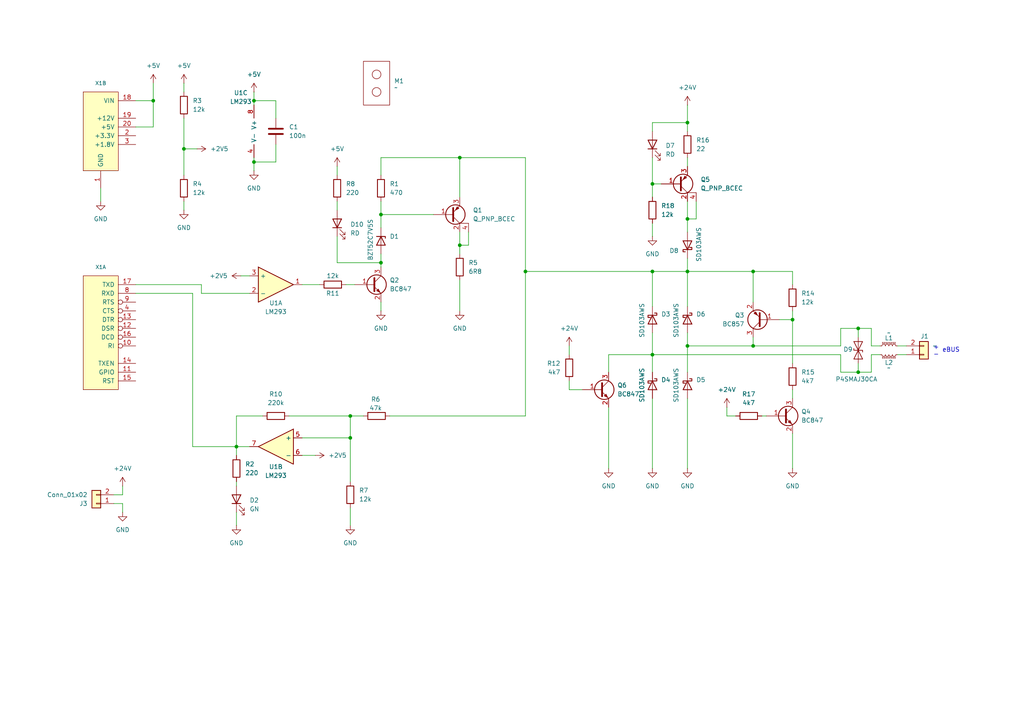
<source format=kicad_sch>
(kicad_sch (version 20250114) (generator "eeschema") (generator_version "9.0")
  (paper "A4")
  (title_block (title "AllSerial eBus Interface") (date "2024-10-22"))
  (lib_symbols
    (symbol "AllSerial:AllSerial_Connector" (pin_names (offset 1.016))
      (property "Reference" "X" (at -5.08 19.05 0))
      (symbol "AllSerial_Connector_1_0"
        (pin output line (at 10.16 15.24 180) (length 5.08) (name "TXD") (number "17"))
        (pin input line (at 10.16 12.7 180) (length 5.08) (name "RXD") (number "8"))
        (pin output inverted (at 10.16 10.16 180) (length 5.08) (name "RTS") (number "9"))
        (pin input inverted (at 10.16 7.62 180) (length 5.08) (name "CTS") (number "4"))
        (pin output inverted (at 10.16 5.08 180) (length 5.08) (name "DTR") (number "13"))
        (pin input inverted (at 10.16 2.54 180) (length 5.08) (name "DSR") (number "12"))
        (pin input inverted (at 10.16 0 180) (length 5.08) (name "DCD") (number "16"))
        (pin input inverted (at 10.16 -2.54 180) (length 5.08) (name "RI") (number "10"))
        (pin output line (at 10.16 -7.62 180) (length 5.08) (name "TXEN") (number "14"))
        (pin bidirectional line (at 10.16 -10.16 180) (length 5.08) (name "GPIO") (number "11"))
        (pin bidirectional line (at 10.16 -12.7 180) (length 5.08) (name "RST") (number "15"))
      )
      (symbol "AllSerial_Connector_1_1"
        (rectangle (start -5.08 17.78) (end 5.08 -15.24) (fill (type background)))
      )
      (symbol "AllSerial_Connector_2_0"
        (pin bidirectional line (at 0 -10.16 90) (length 5.08) (name "GND") (number "1"))
        (pin bidirectional line (at 10.16 15.24 180) (length 5.08) (name "VIN") (number "18"))
        (pin bidirectional line (at 10.16 10.16 180) (length 5.08) (name "+12V") (number "19"))
        (pin bidirectional line (at 10.16 7.62 180) (length 5.08) (name "+5V") (number "20"))
        (pin bidirectional line (at 10.16 5.08 180) (length 5.08) (name "+3.3V") (number "2"))
        (pin bidirectional line (at 10.16 2.54 180) (length 5.08) (name "+1.8V") (number "3"))
      )
      (symbol "AllSerial_Connector_2_1"
        (rectangle (start -5.08 17.78) (end 5.08 -5.08) (fill (type background)))
      )
      (symbol "AllSerial_Connector_3_0"
        (pin bidirectional line (at 10.16 15.24 180) (length 5.08) (name "VUSB") (number "7"))
        (pin bidirectional line (at 10.16 12.7 180) (length 5.08) (name "D+") (number "6"))
        (pin bidirectional line (at 10.16 10.16 180) (length 5.08) (name "D-") (number "5"))
      )
      (symbol "AllSerial_Connector_3_1"
        (rectangle (start -5.08 17.78) (end 5.08 7.62) (fill (type background)))
      )
    )
    (symbol "AllSerial:Mentor_1296.2012"
      (property "Reference" "M" (at 0 16.51 0))
      (symbol "Mentor_1296.2012_0_1"
        (rectangle (start -3.81 15.24) (end 3.81 2.54))
        (circle (center 0 11.43) (radius 1.27))
        (circle (center 0 6.35) (radius 1.27))
      )
    )
    (symbol "Connector_Generic:Conn_01x02" (pin_names (offset 1.016) (hide yes))
      (property "Reference" "J" (at 0 2.54 0))
      (property "Value" "Conn_01x02" (at 0 -5.08 0))
      (symbol "Conn_01x02_1_1"
        (rectangle (start -1.27 1.27) (end 1.27 -3.81) (stroke (width 0.254)) (fill (type background)))
        (rectangle (start -1.27 0.127) (end 0 -0.127) (stroke (width 0.1524)))
        (rectangle (start -1.27 -2.413) (end 0 -2.667) (stroke (width 0.1524)))
        (pin passive line (at -5.08 0 0) (length 3.81) (name "Pin_1") (number "1"))
        (pin passive line (at -5.08 -2.54 0) (length 3.81) (name "Pin_2") (number "2"))
      )
    )
    (symbol "Device:C" (pin_numbers (hide yes)) (pin_names (offset 0.254))
      (property "Reference" "C" (at 0.635 2.54 0))
      (property "Value" "C" (at 0.635 -2.54 0))
      (symbol "C_0_1"
        (polyline (pts (xy -2.032 0.762) (xy 2.032 0.762)) (stroke (width 0.508)))
        (polyline (pts (xy -2.032 -0.762) (xy 2.032 -0.762)) (stroke (width 0.508)))
      )
      (symbol "C_1_1"
        (pin passive line (at 0 3.81 270) (length 2.794) (name "~") (number "1"))
        (pin passive line (at 0 -3.81 90) (length 2.794) (name "~") (number "2"))
      )
    )
    (symbol "Device:D_Schottky" (pin_numbers (hide yes)) (pin_names (offset 1.016) (hide yes))
      (property "Reference" "D" (at 0 2.54 0))
      (property "Value" "D_Schottky" (at 0 -2.54 0))
      (symbol "D_Schottky_0_1"
        (polyline (pts (xy -1.905 0.635) (xy -1.905 1.27) (xy -1.27 1.27) (xy -1.27 -1.27) (xy -0.635 -1.27) (xy -0.635 -0.635)) (stroke (width 0.254)))
        (polyline (pts (xy 1.27 1.27) (xy 1.27 -1.27) (xy -1.27 0) (xy 1.27 1.27)) (stroke (width 0.254)))
        (polyline (pts (xy 1.27 0) (xy -1.27 0)))
      )
      (symbol "D_Schottky_1_1"
        (pin passive line (at -3.81 0 0) (length 2.54) (name "K") (number "1"))
        (pin passive line (at 3.81 0 180) (length 2.54) (name "A") (number "2"))
      )
    )
    (symbol "Device:D_Zener" (pin_numbers (hide yes)) (pin_names (offset 1.016) (hide yes))
      (property "Reference" "D" (at 0 2.54 0))
      (property "Value" "D_Zener" (at 0 -2.54 0))
      (symbol "D_Zener_0_1"
        (polyline (pts (xy -1.27 -1.27) (xy -1.27 1.27) (xy -0.762 1.27)) (stroke (width 0.254)))
        (polyline (pts (xy 1.27 0) (xy -1.27 0)))
        (polyline (pts (xy 1.27 -1.27) (xy 1.27 1.27) (xy -1.27 0) (xy 1.27 -1.27)) (stroke (width 0.254)))
      )
      (symbol "D_Zener_1_1"
        (pin passive line (at -3.81 0 0) (length 2.54) (name "K") (number "1"))
        (pin passive line (at 3.81 0 180) (length 2.54) (name "A") (number "2"))
      )
    )
    (symbol "Device:LED" (pin_numbers (hide yes)) (pin_names (offset 1.016) (hide yes))
      (property "Reference" "D" (at 0 2.54 0))
      (property "Value" "LED" (at 0 -2.54 0))
      (symbol "LED_0_1"
        (polyline (pts (xy -3.048 -0.762) (xy -4.572 -2.286) (xy -3.81 -2.286) (xy -4.572 -2.286) (xy -4.572 -1.524)))
        (polyline (pts (xy -1.778 -0.762) (xy -3.302 -2.286) (xy -2.54 -2.286) (xy -3.302 -2.286) (xy -3.302 -1.524)))
        (polyline (pts (xy -1.27 0) (xy 1.27 0)))
        (polyline (pts (xy -1.27 -1.27) (xy -1.27 1.27)) (stroke (width 0.254)))
        (polyline (pts (xy 1.27 -1.27) (xy 1.27 1.27) (xy -1.27 0) (xy 1.27 -1.27)) (stroke (width 0.254)))
      )
      (symbol "LED_1_1"
        (pin passive line (at -3.81 0 0) (length 2.54) (name "K") (number "1"))
        (pin passive line (at 3.81 0 180) (length 2.54) (name "A") (number "2"))
      )
    )
    (symbol "Device:L_Ferrite_Small" (pin_numbers (hide yes)) (pin_names (offset 0.254) (hide yes))
      (property "Reference" "L" (at 1.27 1.016 0))
      (property "Value" "L_Ferrite_Small" (at 1.27 -1.27 0))
      (symbol "L_Ferrite_Small_0_1"
        (arc (start 0 2.032) (mid 0.5058 1.524) (end 0 1.016))
        (arc (start 0 1.016) (mid 0.5058 0.508) (end 0 0))
        (arc (start 0 0) (mid 0.5058 -0.508) (end 0 -1.016))
        (arc (start 0 -1.016) (mid 0.5058 -1.524) (end 0 -2.032))
        (polyline (pts (xy 0.762 1.651) (xy 0.762 1.905)))
        (polyline (pts (xy 0.762 1.143) (xy 0.762 1.397)))
        (polyline (pts (xy 0.762 0.635) (xy 0.762 0.889)))
        (polyline (pts (xy 0.762 0.127) (xy 0.762 0.381)))
        (polyline (pts (xy 0.762 -0.381) (xy 0.762 -0.127)))
        (polyline (pts (xy 0.762 -0.889) (xy 0.762 -0.635)))
        (polyline (pts (xy 0.762 -1.397) (xy 0.762 -1.143)))
        (polyline (pts (xy 0.762 -1.905) (xy 0.762 -1.651)))
        (polyline (pts (xy 1.016 1.905) (xy 1.016 1.651)))
        (polyline (pts (xy 1.016 1.397) (xy 1.016 1.143)))
        (polyline (pts (xy 1.016 0.889) (xy 1.016 0.635)))
        (polyline (pts (xy 1.016 0.381) (xy 1.016 0.127)))
        (polyline (pts (xy 1.016 -0.127) (xy 1.016 -0.381)))
        (polyline (pts (xy 1.016 -0.635) (xy 1.016 -0.889)))
        (polyline (pts (xy 1.016 -1.143) (xy 1.016 -1.397)))
        (polyline (pts (xy 1.016 -1.651) (xy 1.016 -1.905)))
      )
      (symbol "L_Ferrite_Small_1_1"
        (pin passive line (at 0 2.54 270) (length 0.508) (name "~") (number "1"))
        (pin passive line (at 0 -2.54 90) (length 0.508) (name "~") (number "2"))
      )
    )
    (symbol "Device:Opamp_Dual"
      (property "Reference" "U" (at 0 5.08 0))
      (property "Value" "Opamp_Dual" (at 0 -5.08 0))
      (symbol "Opamp_Dual_1_1"
        (polyline (pts (xy -5.08 5.08) (xy 5.08 0) (xy -5.08 -5.08) (xy -5.08 5.08)) (stroke (width 0.254)) (fill (type background)))
        (pin input line (at -7.62 2.54 0) (length 2.54) (name "+") (number "3"))
        (pin input line (at -7.62 -2.54 0) (length 2.54) (name "-") (number "2"))
        (pin output line (at 7.62 0 180) (length 2.54) (name "~") (number "1"))
      )
      (symbol "Opamp_Dual_2_1"
        (polyline (pts (xy -5.08 5.08) (xy 5.08 0) (xy -5.08 -5.08) (xy -5.08 5.08)) (stroke (width 0.254)) (fill (type background)))
        (pin input line (at -7.62 2.54 0) (length 2.54) (name "+") (number "5"))
        (pin input line (at -7.62 -2.54 0) (length 2.54) (name "-") (number "6"))
        (pin output line (at 7.62 0 180) (length 2.54) (name "~") (number "7"))
      )
      (symbol "Opamp_Dual_3_1"
        (pin power_in line (at -2.54 7.62 270) (length 3.81) (name "V+") (number "8"))
        (pin power_in line (at -2.54 -7.62 90) (length 3.81) (name "V-") (number "4"))
      )
    )
    (symbol "Device:Q_PNP_BCEC" (pin_names (offset 0) (hide yes))
      (property "Reference" "Q" (at 5.08 1.27 0))
      (property "Value" "Q_PNP_BCEC" (at 5.08 -1.27 0))
      (symbol "Q_PNP_BCEC_0_1"
        (polyline (pts (xy 0.635 1.905) (xy 0.635 -1.905) (xy 0.635 -1.905)) (stroke (width 0.508)))
        (polyline (pts (xy 0.635 0.635) (xy 2.54 2.54)))
        (polyline (pts (xy 0.635 -0.635) (xy 2.54 -2.54) (xy 2.54 -2.54)))
        (circle (center 1.27 0) (radius 2.8194) (stroke (width 0.254)))
        (polyline (pts (xy 2.286 -1.778) (xy 1.778 -2.286) (xy 1.27 -1.27) (xy 2.286 -1.778) (xy 2.286 -1.778)) (fill (type outline)))
        (polyline (pts (xy 5.08 2.54) (xy 2.54 2.54)))
      )
      (symbol "Q_PNP_BCEC_1_1"
        (pin input line (at -5.08 0 0) (length 5.715) (name "B") (number "1"))
        (pin passive line (at 2.54 5.08 270) (length 2.54) (name "C") (number "2"))
        (pin passive line (at 2.54 -5.08 90) (length 2.54) (name "E") (number "3"))
        (pin passive line (at 5.08 5.08 270) (length 2.54) (name "C") (number "4"))
      )
    )
    (symbol "Device:R" (pin_numbers (hide yes)) (pin_names (offset 0))
      (property "Reference" "R" (at 2.032 0 90))
      (property "Value" "R" (at 0 0 90))
      (symbol "R_0_1"
        (rectangle (start -1.016 -2.54) (end 1.016 2.54) (stroke (width 0.254)))
      )
      (symbol "R_1_1"
        (pin passive line (at 0 3.81 270) (length 1.27) (name "~") (number "1"))
        (pin passive line (at 0 -3.81 90) (length 1.27) (name "~") (number "2"))
      )
    )
    (symbol "Diode:SMAJ28CA" (pin_numbers (hide yes)) (pin_names (offset 1.016) (hide yes))
      (property "Reference" "D" (at 0 2.54 0))
      (property "Value" "SMAJ28CA" (at 0 -2.54 0))
      (symbol "SMAJ28CA_0_1"
        (polyline (pts (xy -2.54 -1.27) (xy 0 0) (xy -2.54 1.27) (xy -2.54 -1.27)) (stroke (width 0.2032)))
        (polyline (pts (xy 0.508 1.27) (xy 0 1.27) (xy 0 -1.27) (xy -0.508 -1.27)) (stroke (width 0.2032)))
        (polyline (pts (xy 1.27 0) (xy -1.27 0)))
        (polyline (pts (xy 2.54 1.27) (xy 2.54 -1.27) (xy 0 0) (xy 2.54 1.27)) (stroke (width 0.2032)))
      )
      (symbol "SMAJ28CA_1_1"
        (pin passive line (at -3.81 0 0) (length 2.54) (name "A1") (number "1"))
        (pin passive line (at 3.81 0 180) (length 2.54) (name "A2") (number "2"))
      )
    )
    (symbol "Transistor_BJT:BC847" (pin_names (offset 0) (hide yes))
      (property "Reference" "Q" (at 5.08 1.905 0))
      (property "Value" "BC847" (at 5.08 0 0))
      (symbol "BC847_0_1"
        (polyline (pts (xy 0.635 1.905) (xy 0.635 -1.905) (xy 0.635 -1.905)) (stroke (width 0.508)))
        (polyline (pts (xy 0.635 0.635) (xy 2.54 2.54)))
        (polyline (pts (xy 0.635 -0.635) (xy 2.54 -2.54) (xy 2.54 -2.54)))
        (circle (center 1.27 0) (radius 2.8194) (stroke (width 0.254)))
        (polyline (pts (xy 1.27 -1.778) (xy 1.778 -1.27) (xy 2.286 -2.286) (xy 1.27 -1.778) (xy 1.27 -1.778)) (fill (type outline)))
      )
      (symbol "BC847_1_1"
        (pin input line (at -5.08 0 0) (length 5.715) (name "B") (number "1"))
        (pin passive line (at 2.54 5.08 270) (length 2.54) (name "C") (number "3"))
        (pin passive line (at 2.54 -5.08 90) (length 2.54) (name "E") (number "2"))
      )
    )
    (symbol "Transistor_BJT:BC857" (pin_names (offset 0) (hide yes))
      (property "Reference" "Q" (at 5.08 1.905 0))
      (property "Value" "BC857" (at 5.08 0 0))
      (symbol "BC857_0_1"
        (polyline (pts (xy 0.635 1.905) (xy 0.635 -1.905) (xy 0.635 -1.905)) (stroke (width 0.508)))
        (polyline (pts (xy 0.635 0.635) (xy 2.54 2.54)))
        (polyline (pts (xy 0.635 -0.635) (xy 2.54 -2.54) (xy 2.54 -2.54)))
        (circle (center 1.27 0) (radius 2.8194) (stroke (width 0.254)))
        (polyline (pts (xy 2.286 -1.778) (xy 1.778 -2.286) (xy 1.27 -1.27) (xy 2.286 -1.778) (xy 2.286 -1.778)) (fill (type outline)))
      )
      (symbol "BC857_1_1"
        (pin input line (at -5.08 0 0) (length 5.715) (name "B") (number "1"))
        (pin passive line (at 2.54 5.08 270) (length 2.54) (name "C") (number "3"))
        (pin passive line (at 2.54 -5.08 90) (length 2.54) (name "E") (number "2"))
      )
    )
    (symbol "power:+24V" (power) (pin_numbers (hide yes)) (pin_names (offset 0) (hide yes))
      (property "Value" "+24V" (at 0 3.556 0))
      (symbol "+24V_0_1"
        (polyline (pts (xy -0.762 1.27) (xy 0 2.54)))
        (polyline (pts (xy 0 2.54) (xy 0.762 1.27)))
        (polyline (pts (xy 0 0) (xy 0 2.54)))
      )
      (symbol "+24V_1_1"
        (pin power_in line (at 0 0 90) (length 0) (name "~") (number "1"))
      )
    )
    (symbol "power:+2V5" (power) (pin_numbers (hide yes)) (pin_names (offset 0) (hide yes))
      (property "Value" "+2V5" (at 0 3.556 0))
      (symbol "+2V5_0_1"
        (polyline (pts (xy -0.762 1.27) (xy 0 2.54)))
        (polyline (pts (xy 0 2.54) (xy 0.762 1.27)))
        (polyline (pts (xy 0 0) (xy 0 2.54)))
      )
      (symbol "+2V5_1_1"
        (pin power_in line (at 0 0 90) (length 0) (name "~") (number "1"))
      )
    )
    (symbol "power:+5V" (power) (pin_numbers (hide yes)) (pin_names (offset 0) (hide yes))
      (property "Value" "+5V" (at 0 3.556 0))
      (symbol "+5V_0_1"
        (polyline (pts (xy -0.762 1.27) (xy 0 2.54)))
        (polyline (pts (xy 0 2.54) (xy 0.762 1.27)))
        (polyline (pts (xy 0 0) (xy 0 2.54)))
      )
      (symbol "+5V_1_1"
        (pin power_in line (at 0 0 90) (length 0) (name "~") (number "1"))
      )
    )
    (symbol "power:GND" (power) (pin_numbers (hide yes)) (pin_names (offset 0) (hide yes))
      (property "Value" "GND" (at 0 -3.81 0))
      (symbol "GND_0_1"
        (polyline (pts (xy 0 0) (xy 0 -1.27) (xy 1.27 -1.27) (xy 0 -2.54) (xy -1.27 -1.27) (xy 0 -1.27)))
      )
      (symbol "GND_1_1"
        (pin power_in line (at 0 0 270) (length 0) (name "~") (number "1"))
      )
    )
  )
  (text "+\n-" (at 271.526 101.854 0) (effects (font (size 1.27 1.27))))
  (text "eBUS" (at 275.844 101.6 0) (effects (font (size 1.27 1.27))))
  (junction (at 44.45 29.21))
  (junction (at 110.49 62.23))
  (junction (at 199.39 35.56))
  (junction (at 248.92 107.95))
  (junction (at 53.34 43.18))
  (junction (at 189.23 78.74))
  (junction (at 73.66 29.21))
  (junction (at 110.49 76.2))
  (junction (at 133.35 71.12))
  (junction (at 101.6 120.65))
  (junction (at 152.4 78.74))
  (junction (at 218.44 100.33))
  (junction (at 199.39 100.33))
  (junction (at 189.23 102.87))
  (junction (at 229.87 92.71))
  (junction (at 189.23 53.34))
  (junction (at 218.44 78.74))
  (junction (at 133.35 45.72))
  (junction (at 73.66 46.99))
  (junction (at 199.39 78.74))
  (junction (at 101.6 127))
  (junction (at 68.58 129.54))
  (junction (at 199.39 63.5))
  (junction (at 248.92 95.25))
  (wire (pts (xy 199.39 78.74) (xy 189.23 78.74)))
  (wire (pts (xy 210.82 118.11) (xy 210.82 120.65)))
  (wire (pts (xy 69.85 80.01) (xy 72.39 80.01)))
  (wire (pts (xy 73.66 45.72) (xy 73.66 46.99)))
  (wire (pts (xy 199.39 96.52) (xy 199.39 100.33)))
  (wire (pts (xy 165.1 113.03) (xy 168.91 113.03)))
  (wire (pts (xy 199.39 45.72) (xy 199.39 48.26)))
  (wire (pts (xy 101.6 127) (xy 101.6 139.7)))
  (wire (pts (xy 210.82 120.65) (xy 213.36 120.65)))
  (wire (pts (xy 133.35 81.28) (xy 133.35 90.17)))
  (wire (pts (xy 73.66 29.21) (xy 73.66 30.48)))
  (wire (pts (xy 255.27 100.33) (xy 252.73 100.33)))
  (wire (pts (xy 76.2 120.65) (xy 68.58 120.65)))
  (wire (pts (xy 68.58 129.54) (xy 68.58 132.08)))
  (wire (pts (xy 55.88 85.09) (xy 55.88 129.54)))
  (wire (pts (xy 201.93 58.42) (xy 201.93 63.5)))
  (wire (pts (xy 229.87 113.03) (xy 229.87 115.57)))
  (wire (pts (xy 87.63 127) (xy 101.6 127)))
  (wire (pts (xy 110.49 76.2) (xy 110.49 77.47)))
  (wire (pts (xy 80.01 46.99) (xy 80.01 41.91)))
  (wire (pts (xy 53.34 58.42) (xy 53.34 60.96)))
  (wire (pts (xy 73.66 46.99) (xy 73.66 49.53)))
  (wire (pts (xy 243.84 102.87) (xy 243.84 107.95)))
  (wire (pts (xy 189.23 96.52) (xy 189.23 102.87)))
  (wire (pts (xy 199.39 100.33) (xy 199.39 107.95)))
  (wire (pts (xy 189.23 102.87) (xy 243.84 102.87)))
  (wire (pts (xy 58.42 82.55) (xy 39.37 82.55)))
  (wire (pts (xy 189.23 102.87) (xy 176.53 102.87)))
  (wire (pts (xy 252.73 102.87) (xy 252.73 107.95)))
  (wire (pts (xy 35.56 143.51) (xy 35.56 140.97)))
  (wire (pts (xy 68.58 139.7) (xy 68.58 140.97)))
  (wire (pts (xy 248.92 95.25) (xy 248.92 97.79)))
  (wire (pts (xy 152.4 120.65) (xy 152.4 78.74)))
  (wire (pts (xy 189.23 35.56) (xy 199.39 35.56)))
  (wire (pts (xy 39.37 29.21) (xy 44.45 29.21)))
  (wire (pts (xy 33.02 143.51) (xy 35.56 143.51)))
  (wire (pts (xy 110.49 73.66) (xy 110.49 76.2)))
  (wire (pts (xy 165.1 110.49) (xy 165.1 113.03)))
  (wire (pts (xy 73.66 26.67) (xy 73.66 29.21)))
  (wire (pts (xy 135.89 67.31) (xy 135.89 71.12)))
  (wire (pts (xy 189.23 102.87) (xy 189.23 107.95)))
  (wire (pts (xy 87.63 132.08) (xy 91.44 132.08)))
  (wire (pts (xy 260.35 102.87) (xy 262.89 102.87)))
  (wire (pts (xy 226.06 92.71) (xy 229.87 92.71)))
  (wire (pts (xy 97.79 58.42) (xy 97.79 60.96)))
  (wire (pts (xy 189.23 78.74) (xy 189.23 88.9)))
  (wire (pts (xy 199.39 35.56) (xy 199.39 38.1)))
  (wire (pts (xy 260.35 100.33) (xy 262.89 100.33)))
  (wire (pts (xy 152.4 45.72) (xy 152.4 78.74)))
  (wire (pts (xy 100.33 82.55) (xy 102.87 82.55)))
  (wire (pts (xy 199.39 115.57) (xy 199.39 135.89)))
  (wire (pts (xy 199.39 30.48) (xy 199.39 35.56)))
  (wire (pts (xy 252.73 100.33) (xy 252.73 95.25)))
  (wire (pts (xy 189.23 115.57) (xy 189.23 135.89)))
  (wire (pts (xy 97.79 68.58) (xy 97.79 76.2)))
  (wire (pts (xy 110.49 76.2) (xy 97.79 76.2)))
  (wire (pts (xy 165.1 100.33) (xy 165.1 102.87)))
  (wire (pts (xy 73.66 46.99) (xy 80.01 46.99)))
  (wire (pts (xy 110.49 58.42) (xy 110.49 62.23)))
  (wire (pts (xy 101.6 147.32) (xy 101.6 152.4)))
  (wire (pts (xy 133.35 45.72) (xy 133.35 57.15)))
  (wire (pts (xy 68.58 148.59) (xy 68.58 152.4)))
  (wire (pts (xy 189.23 45.72) (xy 189.23 53.34)))
  (wire (pts (xy 199.39 100.33) (xy 218.44 100.33)))
  (wire (pts (xy 229.87 92.71) (xy 229.87 90.17)))
  (wire (pts (xy 44.45 29.21) (xy 44.45 24.13)))
  (wire (pts (xy 218.44 78.74) (xy 229.87 78.74)))
  (wire (pts (xy 199.39 58.42) (xy 199.39 63.5)))
  (wire (pts (xy 39.37 85.09) (xy 55.88 85.09)))
  (wire (pts (xy 110.49 87.63) (xy 110.49 90.17)))
  (wire (pts (xy 199.39 78.74) (xy 199.39 88.9)))
  (wire (pts (xy 218.44 78.74) (xy 218.44 87.63)))
  (wire (pts (xy 248.92 107.95) (xy 248.92 105.41)))
  (wire (pts (xy 252.73 95.25) (xy 248.92 95.25)))
  (wire (pts (xy 133.35 45.72) (xy 152.4 45.72)))
  (wire (pts (xy 218.44 100.33) (xy 243.84 100.33)))
  (wire (pts (xy 33.02 146.05) (xy 35.56 146.05)))
  (wire (pts (xy 191.77 53.34) (xy 189.23 53.34)))
  (wire (pts (xy 39.37 36.83) (xy 44.45 36.83)))
  (wire (pts (xy 73.66 29.21) (xy 80.01 29.21)))
  (wire (pts (xy 53.34 43.18) (xy 53.34 50.8)))
  (wire (pts (xy 176.53 118.11) (xy 176.53 135.89)))
  (wire (pts (xy 189.23 53.34) (xy 189.23 57.15)))
  (wire (pts (xy 176.53 102.87) (xy 176.53 107.95)))
  (wire (pts (xy 252.73 107.95) (xy 248.92 107.95)))
  (wire (pts (xy 110.49 62.23) (xy 110.49 66.04)))
  (wire (pts (xy 101.6 120.65) (xy 105.41 120.65)))
  (wire (pts (xy 97.79 48.26) (xy 97.79 50.8)))
  (wire (pts (xy 255.27 102.87) (xy 252.73 102.87)))
  (wire (pts (xy 110.49 45.72) (xy 133.35 45.72)))
  (wire (pts (xy 58.42 85.09) (xy 72.39 85.09)))
  (wire (pts (xy 57.15 43.18) (xy 53.34 43.18)))
  (wire (pts (xy 35.56 146.05) (xy 35.56 148.59)))
  (wire (pts (xy 101.6 127) (xy 101.6 120.65)))
  (wire (pts (xy 110.49 50.8) (xy 110.49 45.72)))
  (wire (pts (xy 222.25 120.65) (xy 220.98 120.65)))
  (wire (pts (xy 189.23 64.77) (xy 189.23 68.58)))
  (wire (pts (xy 87.63 82.55) (xy 92.71 82.55)))
  (wire (pts (xy 113.03 120.65) (xy 152.4 120.65)))
  (wire (pts (xy 53.34 34.29) (xy 53.34 43.18)))
  (wire (pts (xy 110.49 62.23) (xy 125.73 62.23)))
  (wire (pts (xy 199.39 63.5) (xy 201.93 63.5)))
  (wire (pts (xy 68.58 129.54) (xy 72.39 129.54)))
  (wire (pts (xy 229.87 125.73) (xy 229.87 135.89)))
  (wire (pts (xy 80.01 29.21) (xy 80.01 34.29)))
  (wire (pts (xy 243.84 95.25) (xy 248.92 95.25)))
  (wire (pts (xy 199.39 74.93) (xy 199.39 78.74)))
  (wire (pts (xy 243.84 100.33) (xy 243.84 95.25)))
  (wire (pts (xy 29.21 54.61) (xy 29.21 58.42)))
  (wire (pts (xy 229.87 92.71) (xy 229.87 105.41)))
  (wire (pts (xy 152.4 78.74) (xy 189.23 78.74)))
  (wire (pts (xy 218.44 97.79) (xy 218.44 100.33)))
  (wire (pts (xy 135.89 71.12) (xy 133.35 71.12)))
  (wire (pts (xy 189.23 35.56) (xy 189.23 38.1)))
  (wire (pts (xy 199.39 63.5) (xy 199.39 67.31)))
  (wire (pts (xy 68.58 120.65) (xy 68.58 129.54)))
  (wire (pts (xy 199.39 78.74) (xy 218.44 78.74)))
  (wire (pts (xy 53.34 24.13) (xy 53.34 26.67)))
  (wire (pts (xy 55.88 129.54) (xy 68.58 129.54)))
  (wire (pts (xy 58.42 85.09) (xy 58.42 82.55)))
  (wire (pts (xy 133.35 71.12) (xy 133.35 73.66)))
  (wire (pts (xy 243.84 107.95) (xy 248.92 107.95)))
  (wire (pts (xy 229.87 78.74) (xy 229.87 82.55)))
  (wire (pts (xy 44.45 36.83) (xy 44.45 29.21)))
  (wire (pts (xy 83.82 120.65) (xy 101.6 120.65)))
  (wire (pts (xy 133.35 67.31) (xy 133.35 71.12)))
  (symbol (lib_id "power:GND") (at 110.49 90.17 0) (unit 1)
    (property "Reference" "#PWR020" (effects (hide yes)))
    (property "Value" "GND" (at 110.49 95.25 0))
    (property "Description" "Power symbol creates a global label with name \"GND\" , ground" (effects (hide yes)))
  )
  (symbol (lib_id "Device:R") (at 133.35 77.47 0) (unit 1)
    (property "Reference" "R5" (at 135.89 76.1999 0) (effects (justify left)))
    (property "Value" "6R8" (at 135.89 78.7399 0) (effects (justify left)))
    (property "Footprint" "Resistor_SMD:R_0805_2012Metric" (effects (hide yes)))
    (property "Description" "Resistor" (effects (hide yes)))
  )
  (symbol (lib_id "power:GND") (at 35.56 148.59 0) (unit 1)
    (property "Reference" "#PWR013" (effects (hide yes)))
    (property "Value" "GND" (at 35.56 153.67 0))
    (property "Description" "Power symbol creates a global label with name \"GND\" , ground" (effects (hide yes)))
  )
  (symbol (lib_id "power:+24V") (at 35.56 140.97 0) (unit 1)
    (property "Reference" "#PWR014" (effects (hide yes)))
    (property "Value" "+24V" (at 35.56 135.89 0))
    (property "Description" "Power symbol creates a global label with name \"+24V\"" (effects (hide yes)))
  )
  (symbol (lib_id "Device:D_Schottky") (at 199.39 92.71 270) (unit 1)
    (property "Reference" "D6" (at 201.93 91.1224 90) (effects (justify left)))
    (property "Value" "SD103AWS" (at 196.088 87.884 0) (effects (justify left)))
    (property "Footprint" "Diode_SMD:D_SOD-323" (effects (hide yes)))
    (property "Description" "Schottky diode" (effects (hide yes)))
  )
  (symbol (lib_id "Device:R") (at 53.34 30.48 0) (unit 1)
    (property "Reference" "R3" (at 55.88 29.2099 0) (effects (justify left)))
    (property "Value" "12k" (at 55.88 31.7499 0) (effects (justify left)))
    (property "Footprint" "Resistor_SMD:R_0805_2012Metric" (effects (hide yes)))
    (property "Description" "Resistor" (effects (hide yes)))
  )
  (symbol (lib_id "Device:R") (at 53.34 54.61 0) (unit 1)
    (property "Reference" "R4" (at 55.88 53.3399 0) (effects (justify left)))
    (property "Value" "12k" (at 55.88 55.8799 0) (effects (justify left)))
    (property "Footprint" "Resistor_SMD:R_0805_2012Metric" (effects (hide yes)))
    (property "Description" "Resistor" (effects (hide yes)))
  )
  (symbol (lib_id "power:GND") (at 189.23 68.58 0) (unit 1)
    (property "Reference" "#PWR015" (effects (hide yes)))
    (property "Value" "GND" (at 189.23 73.66 0))
    (property "Description" "Power symbol creates a global label with name \"GND\" , ground" (effects (hide yes)))
  )
  (symbol (lib_id "Device:R") (at 68.58 135.89 180) (unit 1)
    (property "Reference" "R2" (at 71.12 134.6199 0) (effects (justify right)))
    (property "Value" "220" (at 71.12 137.1599 0) (effects (justify right)))
    (property "Footprint" "Resistor_SMD:R_0805_2012Metric" (effects (hide yes)))
    (property "Description" "Resistor" (effects (hide yes)))
  )
  (symbol (lib_id "Device:R") (at 199.39 41.91 0) (unit 1)
    (property "Reference" "R16" (at 201.93 40.6399 0) (effects (justify left)))
    (property "Value" "22" (at 201.93 43.1799 0) (effects (justify left)))
    (property "Footprint" "Resistor_SMD:R_0805_2012Metric" (effects (hide yes)))
    (property "Description" "Resistor" (effects (hide yes)))
  )
  (symbol (lib_id "Device:D_Zener") (at 110.49 69.85 270) (unit 1)
    (property "Reference" "D1" (at 113.03 68.5799 90) (effects (justify left)))
    (property "Value" "BZT52C7V5S" (at 107.442 63.5 0) (effects (justify left)))
    (property "Footprint" "Diode_SMD:D_SOD-123" (effects (hide yes)))
    (property "Description" "Zener diode" (effects (hide yes)))
  )
  (symbol (lib_id "Device:D_Schottky") (at 199.39 111.76 270) (unit 1)
    (property "Reference" "D5" (at 201.93 110.1724 90) (effects (justify left)))
    (property "Value" "SD103AWS" (at 196.088 106.68 0) (effects (justify left)))
    (property "Footprint" "Diode_SMD:D_SOD-323" (effects (hide yes)))
    (property "Description" "Schottky diode" (effects (hide yes)))
  )
  (symbol (lib_id "Device:D_Schottky") (at 189.23 92.71 270) (unit 1)
    (property "Reference" "D3" (at 191.77 91.1224 90) (effects (justify left)))
    (property "Value" "SD103AWS" (at 186.182 87.884 0) (effects (justify left)))
    (property "Footprint" "Diode_SMD:D_SOD-323" (effects (hide yes)))
    (property "Description" "Schottky diode" (effects (hide yes)))
  )
  (symbol (lib_id "Device:R") (at 110.49 54.61 0) (unit 1)
    (property "Reference" "R1" (at 113.03 53.3399 0) (effects (justify left)))
    (property "Value" "470" (at 113.03 55.8799 0) (effects (justify left)))
    (property "Footprint" "Resistor_SMD:R_0805_2012Metric" (effects (hide yes)))
    (property "Description" "Resistor" (effects (hide yes)))
  )
  (symbol (lib_id "Transistor_BJT:BC857") (at 220.98 92.71 180) (unit 1)
    (property "Reference" "Q3" (at 215.9 91.4399 0) (effects (justify left)))
    (property "Value" "BC857" (at 215.9 93.9799 0) (effects (justify left)))
    (property "Footprint" "Package_TO_SOT_SMD:SOT-23" (effects (hide yes)))
    (property "Datasheet" "https://www.onsemi.com/pub/Collateral/BC860-D.pdf" (effects (hide yes)))
    (property "Description" "0.1A Ic, 45V Vce, PNP Transistor, SOT-23" (effects (hide yes)))
  )
  (symbol (lib_id "power:GND") (at 29.21 58.42 0) (unit 1)
    (property "Reference" "#PWR02" (effects (hide yes)))
    (property "Value" "GND" (at 29.21 63.5 0))
    (property "Description" "Power symbol creates a global label with name \"GND\" , ground" (effects (hide yes)))
  )
  (symbol (lib_id "power:+24V") (at 199.39 30.48 0) (unit 1)
    (property "Reference" "#PWR016" (effects (hide yes)))
    (property "Value" "+24V" (at 199.39 25.4 0))
    (property "Description" "Power symbol creates a global label with name \"+24V\"" (effects (hide yes)))
  )
  (symbol (lib_id "Device:R") (at 96.52 82.55 90) (unit 1)
    (property "Reference" "R11" (at 96.52 85.09 90))
    (property "Value" "12k" (at 96.52 80.01 90))
    (property "Footprint" "Resistor_SMD:R_0805_2012Metric" (effects (hide yes)))
    (property "Description" "Resistor" (effects (hide yes)))
  )
  (symbol (lib_id "Device:R") (at 80.01 120.65 90) (unit 1)
    (property "Reference" "R10" (at 80.01 114.3 90))
    (property "Value" "220k" (at 80.01 116.84 90))
    (property "Footprint" "Resistor_SMD:R_0805_2012Metric" (effects (hide yes)))
    (property "Description" "Resistor" (effects (hide yes)))
  )
  (symbol (lib_id "power:GND") (at 176.53 135.89 0) (unit 1)
    (property "Reference" "#PWR018" (effects (hide yes)))
    (property "Value" "GND" (at 176.53 140.97 0))
    (property "Description" "Power symbol creates a global label with name \"GND\" , ground" (effects (hide yes)))
  )
  (symbol (lib_id "Device:R") (at 101.6 143.51 0) (unit 1)
    (property "Reference" "R7" (at 104.14 142.2399 0) (effects (justify left)))
    (property "Value" "12k" (at 104.14 144.7799 0) (effects (justify left)))
    (property "Footprint" "Resistor_SMD:R_0805_2012Metric" (effects (hide yes)))
    (property "Description" "Resistor" (effects (hide yes)))
  )
  (symbol (lib_id "AllSerial:Mentor_1296.2012") (at 109.22 33.02 0) (unit 1) (in_bom no)
    (property "Reference" "M1" (at 114.3 23.4949 0) (effects (justify left)))
    (property "Value" "~" (at 114.3 25.4 0) (effects (justify left)))
    (property "Footprint" "AllSerial:Mentor 1296.2012" (effects (hide yes)))
  )
  (symbol (lib_id "Device:Q_PNP_BCEC") (at 196.85 53.34 0) (mirror x) (unit 1)
    (property "Reference" "Q5" (at 203.2 52.0699 0) (effects (justify left)))
    (property "Value" "Q_PNP_BCEC" (at 203.2 54.6099 0) (effects (justify left)))
    (property "Footprint" "Package_TO_SOT_SMD:SOT-223" (effects (hide yes)))
    (property "Description" "PNP transistor, base/collector/emitter, collector connected to mounting plane" (effects (hide yes)))
  )
  (symbol (lib_id "power:+2V5") (at 57.15 43.18 270) (unit 1)
    (property "Reference" "#PWR023" (effects (hide yes)))
    (property "Value" "+2V5" (at 60.96 43.1799 90) (effects (justify left)))
    (property "Description" "Power symbol creates a global label with name \"+2V5\"" (effects (hide yes)))
  )
  (symbol (lib_id "Device:C") (at 80.01 38.1 0) (unit 1)
    (property "Reference" "C1" (at 83.82 36.8299 0) (effects (justify left)))
    (property "Value" "100n" (at 83.82 39.3699 0) (effects (justify left)))
    (property "Footprint" "Capacitor_SMD:C_0805_2012Metric" (effects (hide yes)))
    (property "Description" "Unpolarized capacitor" (effects (hide yes)))
  )
  (symbol (lib_id "power:GND") (at 199.39 135.89 0) (unit 1)
    (property "Reference" "#PWR010" (effects (hide yes)))
    (property "Value" "GND" (at 199.39 140.97 0))
    (property "Description" "Power symbol creates a global label with name \"GND\" , ground" (effects (hide yes)))
  )
  (symbol (lib_id "Device:R") (at 229.87 109.22 0) (unit 1)
    (property "Reference" "R15" (at 232.41 107.9499 0) (effects (justify left)))
    (property "Value" "4k7" (at 232.41 110.4899 0) (effects (justify left)))
    (property "Footprint" "Resistor_SMD:R_0805_2012Metric" (effects (hide yes)))
    (property "Description" "Resistor" (effects (hide yes)))
  )
  (symbol (lib_id "Transistor_BJT:BC847") (at 227.33 120.65 0) (unit 1)
    (property "Reference" "Q4" (at 232.41 119.3799 0) (effects (justify left)))
    (property "Value" "BC847" (at 232.41 121.9199 0) (effects (justify left)))
    (property "Footprint" "Package_TO_SOT_SMD:SOT-23" (effects (hide yes)))
    (property "Datasheet" "http://www.infineon.com/dgdl/Infineon-BC847SERIES_BC848SERIES_BC849SERIES_BC850SERIES-DS-v01_01-en.pdf?fileId=db3a304314dca389011541d4630a1657" (effects (hide yes)))
    (property "Description" "0.1A Ic, 45V Vce, NPN Transistor, SOT-23" (effects (hide yes)))
  )
  (symbol (lib_id "power:+5V") (at 97.79 48.26 0) (unit 1)
    (property "Reference" "#PWR06" (effects (hide yes)))
    (property "Value" "+5V" (at 97.79 43.18 0))
    (property "Description" "Power symbol creates a global label with name \"+5V\"" (effects (hide yes)))
  )
  (symbol (lib_id "power:GND") (at 133.35 90.17 0) (unit 1)
    (property "Reference" "#PWR08" (effects (hide yes)))
    (property "Value" "GND" (at 133.35 95.25 0))
    (property "Description" "Power symbol creates a global label with name \"GND\" , ground" (effects (hide yes)))
  )
  (symbol (lib_id "power:+24V") (at 165.1 100.33 0) (unit 1)
    (property "Reference" "#PWR019" (effects (hide yes)))
    (property "Value" "+24V" (at 165.1 95.25 0))
    (property "Description" "Power symbol creates a global label with name \"+24V\"" (effects (hide yes)))
  )
  (symbol (lib_id "Diode:SMAJ28CA") (at 248.92 101.6 90) (unit 1)
    (property "Reference" "D9" (at 244.602 101.346 90) (effects (justify right)))
    (property "Value" "P4SMAJ30CA" (at 242.316 109.982 90) (effects (justify right)))
    (property "Footprint" "Diode_SMD:D_SMA" (effects (hide yes)))
  )
  (symbol (lib_id "Transistor_BJT:BC847") (at 107.95 82.55 0) (unit 1)
    (property "Reference" "Q2" (at 113.03 81.2799 0) (effects (justify left)))
    (property "Value" "BC847" (at 113.03 83.8199 0) (effects (justify left)))
    (property "Footprint" "Package_TO_SOT_SMD:SOT-23" (effects (hide yes)))
    (property "Datasheet" "http://www.infineon.com/dgdl/Infineon-BC847SERIES_BC848SERIES_BC849SERIES_BC850SERIES-DS-v01_01-en.pdf?fileId=db3a304314dca389011541d4630a1657" (effects (hide yes)))
    (property "Description" "0.1A Ic, 45V Vce, NPN Transistor, SOT-23" (effects (hide yes)))
  )
  (symbol (lib_id "Device:R") (at 165.1 106.68 0) (mirror x) (unit 1)
    (property "Reference" "R12" (at 162.56 105.4099 0) (effects (justify right)))
    (property "Value" "4k7" (at 162.56 107.9499 0) (effects (justify right)))
    (property "Footprint" "Resistor_SMD:R_0805_2012Metric" (effects (hide yes)))
    (property "Description" "Resistor" (effects (hide yes)))
  )
  (symbol (lib_id "Device:Opamp_Dual") (at 76.2 38.1 0) (unit 3)
    (property "Reference" "U1" (at 69.85 26.924 0))
    (property "Value" "LM293" (at 69.85 29.464 0))
    (property "Footprint" "Package_SO:SO-8_3.9x4.9mm_P1.27mm" (effects (hide yes)))
    (property "Datasheet" "https://cdn-reichelt.de/documents/datenblatt/A200/MCP6542_MCP6544_MIC.pdf" (effects (hide yes)))
    (property "Description" "Dual operational amplifier" (effects (hide yes)))
    (property "Sim.Library" "${KICAD7_SYMBOL_DIR}/Simulation_SPICE.sp" (effects (hide yes)))
    (property "Sim.Name" "kicad_builtin_opamp_dual" (effects (hide yes)))
    (property "Sim.Device" "SUBCKT" (effects (hide yes)))
    (property "Sim.Pins" "1=out1 2=in1- 3=in1+ 4=vee 5=in2+ 6=in2- 7=out2 8=vcc" (effects (hide yes)))
  )
  (symbol (lib_id "power:GND") (at 73.66 49.53 0) (unit 1)
    (property "Reference" "#PWR04" (effects (hide yes)))
    (property "Value" "GND" (at 73.66 54.61 0))
    (property "Description" "Power symbol creates a global label with name \"GND\" , ground" (effects (hide yes)))
  )
  (symbol (lib_id "Device:Opamp_Dual") (at 80.01 129.54 0) (mirror y) (unit 2)
    (property "Reference" "U1" (at 80.01 135.382 0))
    (property "Value" "LM293" (at 80.01 137.922 0))
    (property "Footprint" "Package_SO:SO-8_3.9x4.9mm_P1.27mm" (effects (hide yes)))
    (property "Datasheet" "https://cdn-reichelt.de/documents/datenblatt/A200/MCP6542_MCP6544_MIC.pdf" (effects (hide yes)))
    (property "Description" "Dual operational amplifier" (effects (hide yes)))
    (property "Sim.Library" "${KICAD7_SYMBOL_DIR}/Simulation_SPICE.sp" (effects (hide yes)))
    (property "Sim.Name" "kicad_builtin_opamp_dual" (effects (hide yes)))
    (property "Sim.Device" "SUBCKT" (effects (hide yes)))
    (property "Sim.Pins" "1=out1 2=in1- 3=in1+ 4=vee 5=in2+ 6=in2- 7=out2 8=vcc" (effects (hide yes)))
  )
  (symbol (lib_id "Transistor_BJT:BC847") (at 173.99 113.03 0) (unit 1)
    (property "Reference" "Q6" (at 179.07 111.7599 0) (effects (justify left)))
    (property "Value" "BC847" (at 179.07 114.2999 0) (effects (justify left)))
    (property "Footprint" "Package_TO_SOT_SMD:SOT-23" (effects (hide yes)))
    (property "Datasheet" "http://www.infineon.com/dgdl/Infineon-BC847SERIES_BC848SERIES_BC849SERIES_BC850SERIES-DS-v01_01-en.pdf?fileId=db3a304314dca389011541d4630a1657" (effects (hide yes)))
    (property "Description" "0.1A Ic, 45V Vce, NPN Transistor, SOT-23" (effects (hide yes)))
  )
  (symbol (lib_id "Device:D_Schottky") (at 189.23 111.76 270) (unit 1)
    (property "Reference" "D4" (at 191.77 110.1724 90) (effects (justify left)))
    (property "Value" "SD103AWS" (at 186.182 106.68 0) (effects (justify left)))
    (property "Footprint" "Diode_SMD:D_SOD-323" (effects (hide yes)))
    (property "Description" "Schottky diode" (effects (hide yes)))
  )
  (symbol (lib_id "Device:LED") (at 189.23 41.91 90) (unit 1)
    (property "Reference" "D7" (at 193.04 42.2274 90) (effects (justify right)))
    (property "Value" "RD" (at 193.04 44.7674 90) (effects (justify right)))
    (property "Footprint" "LED_SMD:LED_0603_1608Metric" (effects (hide yes)))
    (property "Description" "Light emitting diode" (effects (hide yes)))
  )
  (symbol (lib_id "power:+5V") (at 53.34 24.13 0) (unit 1)
    (property "Reference" "#PWR021" (effects (hide yes)))
    (property "Value" "+5V" (at 53.34 19.05 0))
    (property "Description" "Power symbol creates a global label with name \"+5V\"" (effects (hide yes)))
  )
  (symbol (lib_id "Device:R") (at 97.79 54.61 180) (unit 1)
    (property "Reference" "R8" (at 100.33 53.3399 0) (effects (justify right)))
    (property "Value" "220" (at 100.33 55.8799 0) (effects (justify right)))
    (property "Footprint" "Resistor_SMD:R_0805_2012Metric" (effects (hide yes)))
    (property "Description" "Resistor" (effects (hide yes)))
  )
  (symbol (lib_id "power:GND") (at 53.34 60.96 0) (unit 1)
    (property "Reference" "#PWR011" (effects (hide yes)))
    (property "Value" "GND" (at 53.34 66.04 0))
    (property "Description" "Power symbol creates a global label with name \"GND\" , ground" (effects (hide yes)))
  )
  (symbol (lib_id "Device:R") (at 109.22 120.65 90) (unit 1)
    (property "Reference" "R6" (at 108.966 115.824 90))
    (property "Value" "47k" (at 108.966 118.364 90))
    (property "Footprint" "Resistor_SMD:R_0805_2012Metric" (effects (hide yes)))
    (property "Description" "Resistor" (effects (hide yes)))
  )
  (symbol (lib_id "Device:Q_PNP_BCEC") (at 130.81 62.23 0) (mirror x) (unit 1)
    (property "Reference" "Q1" (at 137.16 60.9599 0) (effects (justify left)))
    (property "Value" "Q_PNP_BCEC" (at 137.16 63.4999 0) (effects (justify left)))
    (property "Footprint" "Package_TO_SOT_SMD:SOT-223" (effects (hide yes)))
    (property "Description" "PNP transistor, base/collector/emitter, collector connected to mounting plane" (effects (hide yes)))
  )
  (symbol (lib_id "power:GND") (at 189.23 135.89 0) (unit 1)
    (property "Reference" "#PWR09" (effects (hide yes)))
    (property "Value" "GND" (at 189.23 140.97 0))
    (property "Description" "Power symbol creates a global label with name \"GND\" , ground" (effects (hide yes)))
  )
  (symbol (lib_id "Device:R") (at 189.23 60.96 0) (unit 1)
    (property "Reference" "R18" (at 191.77 59.6899 0) (effects (justify left)))
    (property "Value" "12k" (at 191.77 62.2299 0) (effects (justify left)))
    (property "Footprint" "Resistor_SMD:R_0805_2012Metric" (effects (hide yes)))
    (property "Description" "Resistor" (effects (hide yes)))
  )
  (symbol (lib_id "AllSerial:AllSerial_Connector") (at 29.21 44.45 0) (unit 2)
    (property "Reference" "X1" (at 29.21 24.13 0) (effects (font (size 1.0668 1.0668))))
    (property "Value" "AllSerial_Connector" (effects (hide yes)))
    (property "Footprint" "AllSerial:SlaveBoard" (effects (hide yes)))
  )
  (symbol (lib_id "Device:R") (at 229.87 86.36 180) (unit 1)
    (property "Reference" "R14" (at 232.41 85.0899 0) (effects (justify right)))
    (property "Value" "12k" (at 232.41 87.6299 0) (effects (justify right)))
    (property "Footprint" "Resistor_SMD:R_0805_2012Metric" (effects (hide yes)))
    (property "Description" "Resistor" (effects (hide yes)))
  )
  (symbol (lib_id "AllSerial:AllSerial_Connector") (at 29.21 97.79 0) (unit 1)
    (property "Reference" "X1" (at 29.21 77.47 0) (effects (font (size 1.0668 1.0668))))
    (property "Value" "AllSerial_Connector" (effects (hide yes)))
    (property "Footprint" "AllSerial:SlaveBoard" (effects (hide yes)))
  )
  (symbol (lib_id "power:+2V5") (at 91.44 132.08 270) (unit 1)
    (property "Reference" "#PWR025" (effects (hide yes)))
    (property "Value" "+2V5" (at 95.25 132.0799 90) (effects (justify left)))
    (property "Description" "Power symbol creates a global label with name \"+2V5\"" (effects (hide yes)))
  )
  (symbol (lib_id "power:+5V") (at 44.45 24.13 0) (unit 1)
    (property "Reference" "#PWR01" (effects (hide yes)))
    (property "Value" "+5V" (at 44.45 19.05 0))
    (property "Description" "Power symbol creates a global label with name \"+5V\"" (effects (hide yes)))
  )
  (symbol (lib_id "Device:LED") (at 68.58 144.78 90) (unit 1)
    (property "Reference" "D2" (at 72.39 145.0974 90) (effects (justify right)))
    (property "Value" "GN" (at 72.39 147.6374 90) (effects (justify right)))
    (property "Footprint" "LED_SMD:LED_0603_1608Metric" (effects (hide yes)))
    (property "Description" "Light emitting diode" (effects (hide yes)))
  )
  (symbol (lib_id "Connector_Generic:Conn_01x02") (at 267.97 102.87 0) (mirror x) (unit 1)
    (property "Reference" "J1" (at 266.954 97.536 0) (effects (justify left)))
    (property "Value" "~" (at 270.51 100.3301 0) (effects (justify left)))
    (property "Footprint" "AllSerial:Metz_PT11302HBBN_182" (effects (hide yes)))
    (property "Description" "Generic connector, single row, 01x02, script generated (kicad-library-utils/schlib/autogen/connector/)" (effects (hide yes)))
  )
  (symbol (lib_id "power:+24V") (at 210.82 118.11 0) (unit 1)
    (property "Reference" "#PWR017" (effects (hide yes)))
    (property "Value" "+24V" (at 210.82 113.03 0))
    (property "Description" "Power symbol creates a global label with name \"+24V\"" (effects (hide yes)))
  )
  (symbol (lib_id "Connector_Generic:Conn_01x02") (at 27.94 146.05 180) (unit 1)
    (property "Reference" "J3" (at 25.4 146.0501 0) (effects (justify left)))
    (property "Value" "Conn_01x02" (at 25.4 143.5101 0) (effects (justify left)))
    (property "Footprint" "AllSerial:Metz_PT11302HBBN_182" (effects (hide yes)))
    (property "Description" "Generic connector, single row, 01x02, script generated (kicad-library-utils/schlib/autogen/connector/)" (effects (hide yes)))
  )
  (symbol (lib_id "power:GND") (at 101.6 152.4 0) (unit 1)
    (property "Reference" "#PWR07" (effects (hide yes)))
    (property "Value" "GND" (at 101.6 157.48 0))
    (property "Description" "Power symbol creates a global label with name \"GND\" , ground" (effects (hide yes)))
  )
  (symbol (lib_id "power:GND") (at 68.58 152.4 0) (unit 1)
    (property "Reference" "#PWR03" (effects (hide yes)))
    (property "Value" "GND" (at 68.58 157.48 0))
    (property "Description" "Power symbol creates a global label with name \"GND\" , ground" (effects (hide yes)))
  )
  (symbol (lib_id "Device:Opamp_Dual") (at 80.01 82.55 0) (unit 1)
    (property "Reference" "U1" (at 80.01 87.884 0))
    (property "Value" "LM293" (at 80.01 90.424 0))
    (property "Footprint" "Package_SO:SO-8_3.9x4.9mm_P1.27mm" (effects (hide yes)))
    (property "Datasheet" "https://cdn-reichelt.de/documents/datenblatt/A200/MCP6542_MCP6544_MIC.pdf" (effects (hide yes)))
    (property "Description" "Dual operational amplifier" (effects (hide yes)))
    (property "Sim.Library" "${KICAD7_SYMBOL_DIR}/Simulation_SPICE.sp" (effects (hide yes)))
    (property "Sim.Name" "kicad_builtin_opamp_dual" (effects (hide yes)))
    (property "Sim.Device" "SUBCKT" (effects (hide yes)))
    (property "Sim.Pins" "1=out1 2=in1- 3=in1+ 4=vee 5=in2+ 6=in2- 7=out2 8=vcc" (effects (hide yes)))
  )
  (symbol (lib_id "Device:R") (at 217.17 120.65 270) (mirror x) (unit 1)
    (property "Reference" "R17" (at 217.17 114.3 90))
    (property "Value" "4k7" (at 217.17 116.84 90))
    (property "Footprint" "Resistor_SMD:R_0805_2012Metric" (effects (hide yes)))
    (property "Description" "Resistor" (effects (hide yes)))
  )
  (symbol (lib_id "Device:L_Ferrite_Small") (at 257.81 102.87 270) (unit 1)
    (property "Reference" "L2" (at 257.81 105.156 90))
    (property "Value" "~" (at 257.81 106.68 90))
    (property "Footprint" "Inductor_SMD:L_0805_2012Metric" (effects (hide yes)))
    (property "Description" "Inductor with ferrite core, small symbol" (effects (hide yes)))
  )
  (symbol (lib_id "power:+2V5") (at 69.85 80.01 90) (unit 1)
    (property "Reference" "#PWR024" (effects (hide yes)))
    (property "Value" "+2V5" (at 66.04 80.0099 90) (effects (justify left)))
    (property "Description" "Power symbol creates a global label with name \"+2V5\"" (effects (hide yes)))
  )
  (symbol (lib_id "power:+5V") (at 73.66 26.67 0) (unit 1)
    (property "Reference" "#PWR05" (effects (hide yes)))
    (property "Value" "+5V" (at 73.66 21.59 0))
    (property "Description" "Power symbol creates a global label with name \"+5V\"" (effects (hide yes)))
  )
  (symbol (lib_id "Device:D_Schottky") (at 199.39 71.12 90) (unit 1)
    (property "Reference" "D8" (at 196.85 72.7076 90) (effects (justify left)))
    (property "Value" "SD103AWS" (at 202.692 75.946 0) (effects (justify left)))
    (property "Footprint" "Diode_SMD:D_SOD-323" (effects (hide yes)))
    (property "Description" "Schottky diode" (effects (hide yes)))
  )
  (symbol (lib_id "Device:LED") (at 97.79 64.77 90) (unit 1)
    (property "Reference" "D10" (at 101.6 65.0874 90) (effects (justify right)))
    (property "Value" "RD" (at 101.6 67.6274 90) (effects (justify right)))
    (property "Footprint" "LED_SMD:LED_0603_1608Metric" (effects (hide yes)))
    (property "Description" "Light emitting diode" (effects (hide yes)))
  )
  (symbol (lib_id "power:GND") (at 229.87 135.89 0) (mirror y) (unit 1)
    (property "Reference" "#PWR012" (effects (hide yes)))
    (property "Value" "GND" (at 229.87 140.97 0))
    (property "Description" "Power symbol creates a global label with name \"GND\" , ground" (effects (hide yes)))
  )
  (symbol (lib_id "Device:L_Ferrite_Small") (at 257.81 100.33 90) (unit 1)
    (property "Reference" "L1" (at 257.81 98.044 90))
    (property "Value" "~" (at 257.81 96.52 90))
    (property "Footprint" "Inductor_SMD:L_0805_2012Metric" (effects (hide yes)))
    (property "Description" "Inductor with ferrite core, small symbol" (effects (hide yes)))
  )
)
</source>
